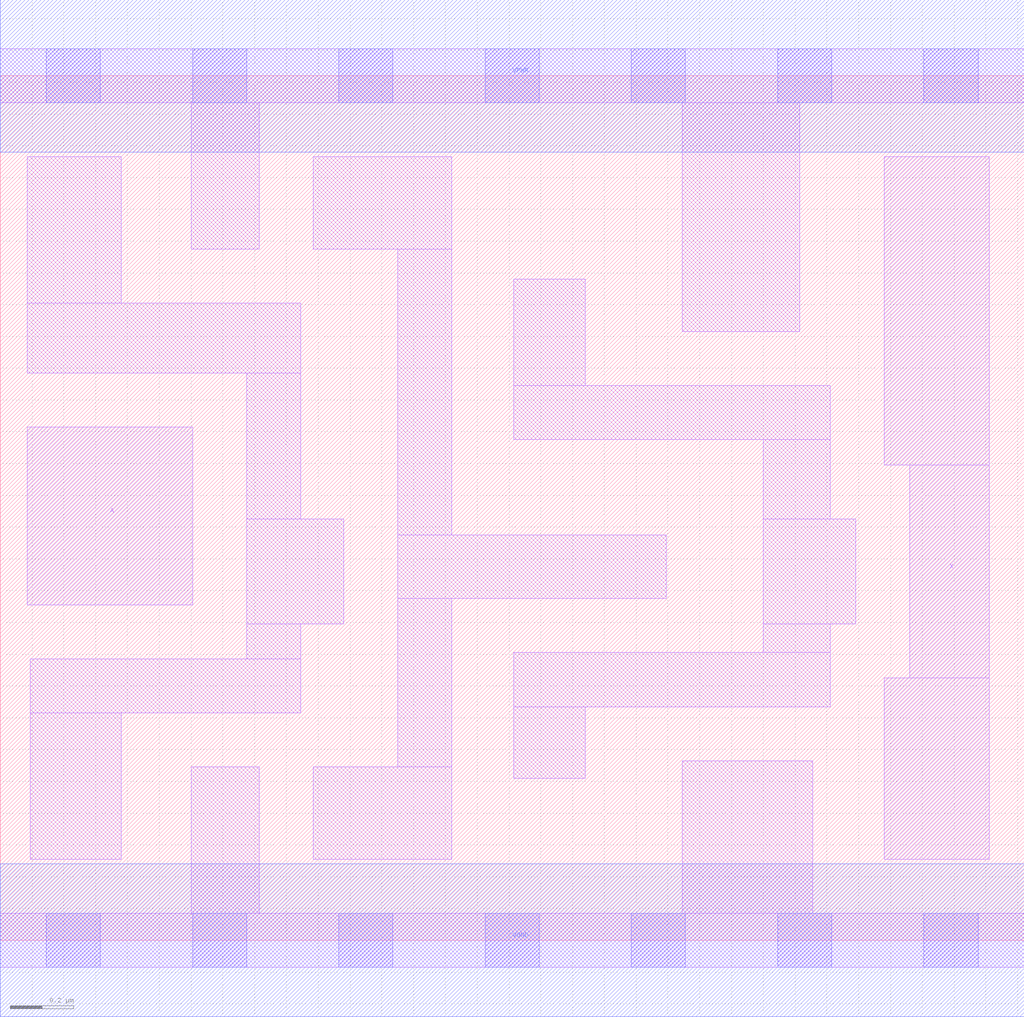
<source format=lef>
# Copyright 2020 The SkyWater PDK Authors
#
# Licensed under the Apache License, Version 2.0 (the "License");
# you may not use this file except in compliance with the License.
# You may obtain a copy of the License at
#
#     https://www.apache.org/licenses/LICENSE-2.0
#
# Unless required by applicable law or agreed to in writing, software
# distributed under the License is distributed on an "AS IS" BASIS,
# WITHOUT WARRANTIES OR CONDITIONS OF ANY KIND, either express or implied.
# See the License for the specific language governing permissions and
# limitations under the License.
#
# SPDX-License-Identifier: Apache-2.0

VERSION 5.7 ;
BUSBITCHARS "[]" ;
DIVIDERCHAR "/" ;
PROPERTYDEFINITIONS
  MACRO maskLayoutSubType STRING ;
  MACRO prCellType STRING ;
  MACRO originalViewName STRING ;
END PROPERTYDEFINITIONS
MACRO sky130_fd_sc_hdll__dlygate4sd2_1
  ORIGIN  0.000000  0.000000 ;
  CLASS CORE ;
  SYMMETRY X Y R90 ;
  SIZE  3.220000 BY  2.720000 ;
  SITE unithd ;
  PIN A
    ANTENNAGATEAREA  0.138600 ;
    DIRECTION INPUT ;
    USE SIGNAL ;
    PORT
      LAYER li1 ;
        RECT 0.085000 1.055000 0.605000 1.615000 ;
    END
  END A
  PIN VGND
    DIRECTION INOUT ;
    USE SIGNAL ;
    PORT
      LAYER met1 ;
        RECT 0.000000 -0.240000 3.220000 0.240000 ;
    END
  END VGND
  PIN VPWR
    DIRECTION INOUT ;
    USE SIGNAL ;
    PORT
      LAYER met1 ;
        RECT 0.000000 2.480000 3.220000 2.960000 ;
    END
  END VPWR
  PIN X
    ANTENNADIFFAREA  0.464000 ;
    DIRECTION OUTPUT ;
    USE SIGNAL ;
    PORT
      LAYER li1 ;
        RECT 2.780000 0.255000 3.110000 0.825000 ;
        RECT 2.780000 1.495000 3.110000 2.465000 ;
        RECT 2.860000 0.825000 3.110000 1.495000 ;
    END
  END X
  OBS
    LAYER li1 ;
      RECT 0.000000 -0.085000 3.220000 0.085000 ;
      RECT 0.000000  2.635000 3.220000 2.805000 ;
      RECT 0.085000  1.785000 0.945000 2.005000 ;
      RECT 0.085000  2.005000 0.380000 2.465000 ;
      RECT 0.095000  0.255000 0.380000 0.715000 ;
      RECT 0.095000  0.715000 0.945000 0.885000 ;
      RECT 0.600000  0.085000 0.815000 0.545000 ;
      RECT 0.600000  2.175000 0.815000 2.635000 ;
      RECT 0.775000  0.885000 0.945000 0.995000 ;
      RECT 0.775000  0.995000 1.080000 1.325000 ;
      RECT 0.775000  1.325000 0.945000 1.785000 ;
      RECT 0.985000  0.255000 1.420000 0.545000 ;
      RECT 0.985000  2.175000 1.420000 2.465000 ;
      RECT 1.250000  0.545000 1.420000 1.075000 ;
      RECT 1.250000  1.075000 2.095000 1.275000 ;
      RECT 1.250000  1.275000 1.420000 2.175000 ;
      RECT 1.615000  0.510000 1.840000 0.735000 ;
      RECT 1.615000  0.735000 2.610000 0.905000 ;
      RECT 1.615000  1.575000 2.610000 1.745000 ;
      RECT 1.615000  1.745000 1.840000 2.080000 ;
      RECT 2.145000  0.085000 2.555000 0.565000 ;
      RECT 2.145000  1.915000 2.515000 2.635000 ;
      RECT 2.400000  0.905000 2.610000 0.995000 ;
      RECT 2.400000  0.995000 2.690000 1.325000 ;
      RECT 2.400000  1.325000 2.610000 1.575000 ;
    LAYER mcon ;
      RECT 0.145000 -0.085000 0.315000 0.085000 ;
      RECT 0.145000  2.635000 0.315000 2.805000 ;
      RECT 0.605000 -0.085000 0.775000 0.085000 ;
      RECT 0.605000  2.635000 0.775000 2.805000 ;
      RECT 1.065000 -0.085000 1.235000 0.085000 ;
      RECT 1.065000  2.635000 1.235000 2.805000 ;
      RECT 1.525000 -0.085000 1.695000 0.085000 ;
      RECT 1.525000  2.635000 1.695000 2.805000 ;
      RECT 1.985000 -0.085000 2.155000 0.085000 ;
      RECT 1.985000  2.635000 2.155000 2.805000 ;
      RECT 2.445000 -0.085000 2.615000 0.085000 ;
      RECT 2.445000  2.635000 2.615000 2.805000 ;
      RECT 2.905000 -0.085000 3.075000 0.085000 ;
      RECT 2.905000  2.635000 3.075000 2.805000 ;
  END
  PROPERTY maskLayoutSubType "abstract" ;
  PROPERTY prCellType "standard" ;
  PROPERTY originalViewName "layout" ;
END sky130_fd_sc_hdll__dlygate4sd2_1

</source>
